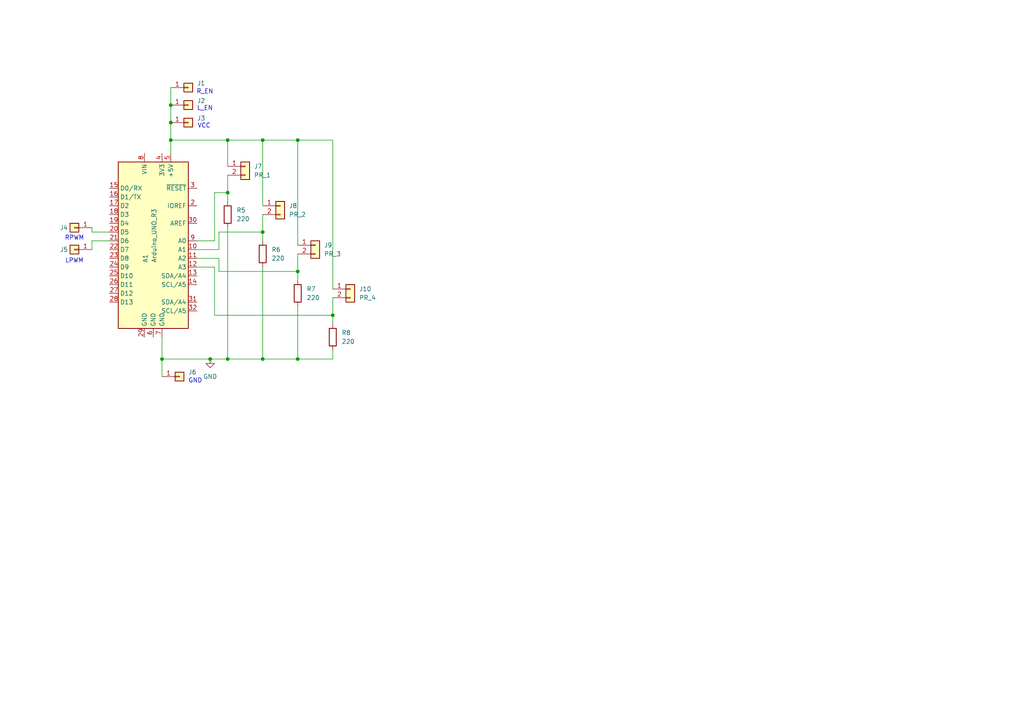
<source format=kicad_sch>
(kicad_sch (version 20231120) (generator "eeschema") (generator_version "8.0")
  (paper "A4")
  (lib_symbols
    (symbol "Connector_Generic:Conn_01x01" (pin_names (offset 1.016) hide)
      (property "Reference" "J" (at 0 2.54 0))
      (property "Value" "Conn_01x01" (at 0 -2.54 0))
      (symbol "Conn_01x01_1_1"
        (rectangle (start -1.27 0.127) (end 0 -0.127) (stroke (width 0.1524)))
        (rectangle (start -1.27 1.27) (end 1.27 -1.27) (stroke (width 0.254)) (fill (type background)))
        (pin passive line (at -5.08 0 0) (length 3.81) (name "Pin_1") (number "1"))
      )
    )
    (symbol "Connector_Generic:Conn_01x02" (pin_names (offset 1.016) hide)
      (property "Reference" "J" (at 0 2.54 0))
      (property "Value" "Conn_01x02" (at 0 -5.08 0))
      (symbol "Conn_01x02_1_1"
        (rectangle (start -1.27 -2.413) (end 0 -2.667) (stroke (width 0.1524)))
        (rectangle (start -1.27 0.127) (end 0 -0.127) (stroke (width 0.1524)))
        (rectangle (start -1.27 1.27) (end 1.27 -3.81) (stroke (width 0.254)) (fill (type background)))
        (pin passive line (at -5.08 0 0) (length 3.81) (name "Pin_1") (number "1"))
        (pin passive line (at -5.08 -2.54 0) (length 3.81) (name "Pin_2") (number "2"))
      )
    )
    (symbol "Device:R" (pin_numbers hide) (pin_names (offset 0))
      (property "Reference" "R" (at 2.032 0 90))
      (property "Value" "R" (at 0 0 90))
      (symbol "R_0_1"
        (rectangle (start -1.016 -2.54) (end 1.016 2.54) (stroke (width 0.254)))
      )
      (symbol "R_1_1"
        (pin passive line (at 0 3.81 270) (length 1.27) (name "~") (number "1"))
        (pin passive line (at 0 -3.81 90) (length 1.27) (name "~") (number "2"))
      )
    )
    (symbol "MCU_Module:Arduino_UNO_R3"
      (property "Reference" "A" (at -10.16 23.495 0))
      (property "Value" "Arduino_UNO_R3" (at 5.08 -26.67 0))
      (symbol "Arduino_UNO_R3_0_1"
        (rectangle (start -10.16 22.86) (end 10.16 -25.4) (stroke (width 0.254)) (fill (type background)))
      )
      (symbol "Arduino_UNO_R3_1_1"
        (pin no_connect line (at -10.16 -20.32 0) (length 2.54) hide (name "NC") (number "1"))
        (pin bidirectional line (at 12.7 -2.54 180) (length 2.54) (name "A1") (number "10"))
        (pin bidirectional line (at 12.7 -5.08 180) (length 2.54) (name "A2") (number "11"))
        (pin bidirectional line (at 12.7 -7.62 180) (length 2.54) (name "A3") (number "12"))
        (pin bidirectional line (at 12.7 -10.16 180) (length 2.54) (name "SDA/A4") (number "13"))
        (pin bidirectional line (at 12.7 -12.7 180) (length 2.54) (name "SCL/A5") (number "14"))
        (pin bidirectional line (at -12.7 15.24 0) (length 2.54) (name "D0/RX") (number "15"))
        (pin bidirectional line (at -12.7 12.7 0) (length 2.54) (name "D1/TX") (number "16"))
        (pin bidirectional line (at -12.7 10.16 0) (length 2.54) (name "D2") (number "17"))
        (pin bidirectional line (at -12.7 7.62 0) (length 2.54) (name "D3") (number "18"))
        (pin bidirectional line (at -12.7 5.08 0) (length 2.54) (name "D4") (number "19"))
        (pin output line (at 12.7 10.16 180) (length 2.54) (name "IOREF") (number "2"))
        (pin bidirectional line (at -12.7 2.54 0) (length 2.54) (name "D5") (number "20"))
        (pin bidirectional line (at -12.7 0 0) (length 2.54) (name "D6") (number "21"))
        (pin bidirectional line (at -12.7 -2.54 0) (length 2.54) (name "D7") (number "22"))
        (pin bidirectional line (at -12.7 -5.08 0) (length 2.54) (name "D8") (number "23"))
        (pin bidirectional line (at -12.7 -7.62 0) (length 2.54) (name "D9") (number "24"))
        (pin bidirectional line (at -12.7 -10.16 0) (length 2.54) (name "D10") (number "25"))
        (pin bidirectional line (at -12.7 -12.7 0) (length 2.54) (name "D11") (number "26"))
        (pin bidirectional line (at -12.7 -15.24 0) (length 2.54) (name "D12") (number "27"))
        (pin bidirectional line (at -12.7 -17.78 0) (length 2.54) (name "D13") (number "28"))
        (pin power_in line (at -2.54 -27.94 90) (length 2.54) (name "GND") (number "29"))
        (pin input line (at 12.7 15.24 180) (length 2.54) (name "~{RESET}") (number "3"))
        (pin input line (at 12.7 5.08 180) (length 2.54) (name "AREF") (number "30"))
        (pin bidirectional line (at 12.7 -17.78 180) (length 2.54) (name "SDA/A4") (number "31"))
        (pin bidirectional line (at 12.7 -20.32 180) (length 2.54) (name "SCL/A5") (number "32"))
        (pin power_out line (at 2.54 25.4 270) (length 2.54) (name "3V3") (number "4"))
        (pin power_out line (at 5.08 25.4 270) (length 2.54) (name "+5V") (number "5"))
        (pin power_in line (at 0 -27.94 90) (length 2.54) (name "GND") (number "6"))
        (pin power_in line (at 2.54 -27.94 90) (length 2.54) (name "GND") (number "7"))
        (pin power_in line (at -2.54 25.4 270) (length 2.54) (name "VIN") (number "8"))
        (pin bidirectional line (at 12.7 0 180) (length 2.54) (name "A0") (number "9"))
      )
    )
    (symbol "power:GND" (power) (pin_numbers hide) (pin_names (offset 0) hide)
      (property "Value" "GND" (at 0 -3.81 0))
      (symbol "GND_0_1"
        (polyline (pts (xy 0 0) (xy 0 -1.27) (xy 1.27 -1.27) (xy 0 -2.54) (xy -1.27 -1.27) (xy 0 -1.27)))
      )
      (symbol "GND_1_1"
        (pin power_in line (at 0 0 270) (length 0) (name "~") (number "1"))
      )
    )
  )
  (junction (at 76.2 40.64))
  (junction (at 49.53 30.48))
  (junction (at 86.36 78.74))
  (junction (at 96.52 91.44))
  (junction (at 76.2 104.14))
  (junction (at 86.36 104.14))
  (junction (at 66.04 104.14))
  (junction (at 66.04 40.64))
  (junction (at 66.04 55.88))
  (junction (at 49.53 35.56))
  (junction (at 76.2 67.31))
  (junction (at 86.36 40.64))
  (junction (at 60.96 104.14))
  (junction (at 46.99 104.14))
  (junction (at 49.53 40.64))
  (wire (pts (xy 63.5 72.39) (xy 63.5 67.31)))
  (wire (pts (xy 76.2 40.64) (xy 76.2 59.69)))
  (wire (pts (xy 62.23 91.44) (xy 96.52 91.44)))
  (wire (pts (xy 86.36 40.64) (xy 86.36 71.12)))
  (wire (pts (xy 96.52 101.6) (xy 96.52 104.14)))
  (wire (pts (xy 96.52 40.64) (xy 96.52 83.82)))
  (wire (pts (xy 76.2 77.47) (xy 76.2 104.14)))
  (wire (pts (xy 57.15 69.85) (xy 62.23 69.85)))
  (wire (pts (xy 66.04 55.88) (xy 66.04 58.42)))
  (wire (pts (xy 49.53 44.45) (xy 49.53 40.64)))
  (wire (pts (xy 49.53 35.56) (xy 49.53 40.64)))
  (wire (pts (xy 76.2 67.31) (xy 76.2 69.85)))
  (wire (pts (xy 66.04 66.04) (xy 66.04 104.14)))
  (wire (pts (xy 57.15 72.39) (xy 63.5 72.39)))
  (wire (pts (xy 62.23 91.44) (xy 62.23 77.47)))
  (wire (pts (xy 46.99 97.79) (xy 46.99 104.14)))
  (wire (pts (xy 60.96 104.14) (xy 66.04 104.14)))
  (wire (pts (xy 86.36 78.74) (xy 86.36 81.28)))
  (wire (pts (xy 49.53 40.64) (xy 66.04 40.64)))
  (wire (pts (xy 62.23 55.88) (xy 66.04 55.88)))
  (wire (pts (xy 62.23 77.47) (xy 57.15 77.47)))
  (wire (pts (xy 26.67 72.39) (xy 26.67 69.85)))
  (wire (pts (xy 63.5 67.31) (xy 76.2 67.31)))
  (wire (pts (xy 63.5 74.93) (xy 63.5 78.74)))
  (wire (pts (xy 46.99 104.14) (xy 60.96 104.14)))
  (wire (pts (xy 96.52 86.36) (xy 96.52 91.44)))
  (wire (pts (xy 26.67 66.04) (xy 26.67 67.31)))
  (wire (pts (xy 57.15 74.93) (xy 63.5 74.93)))
  (wire (pts (xy 62.23 69.85) (xy 62.23 55.88)))
  (wire (pts (xy 96.52 91.44) (xy 96.52 93.98)))
  (wire (pts (xy 63.5 78.74) (xy 86.36 78.74)))
  (wire (pts (xy 86.36 40.64) (xy 96.52 40.64)))
  (wire (pts (xy 76.2 40.64) (xy 86.36 40.64)))
  (wire (pts (xy 76.2 62.23) (xy 76.2 67.31)))
  (wire (pts (xy 76.2 104.14) (xy 86.36 104.14)))
  (wire (pts (xy 86.36 104.14) (xy 96.52 104.14)))
  (wire (pts (xy 86.36 88.9) (xy 86.36 104.14)))
  (wire (pts (xy 26.67 67.31) (xy 31.75 67.31)))
  (wire (pts (xy 49.53 25.4) (xy 49.53 30.48)))
  (wire (pts (xy 66.04 40.64) (xy 76.2 40.64)))
  (wire (pts (xy 49.53 30.48) (xy 49.53 35.56)))
  (wire (pts (xy 66.04 104.14) (xy 76.2 104.14)))
  (wire (pts (xy 26.67 69.85) (xy 31.75 69.85)))
  (wire (pts (xy 86.36 73.66) (xy 86.36 78.74)))
  (wire (pts (xy 66.04 40.64) (xy 66.04 48.26)))
  (wire (pts (xy 46.99 104.14) (xy 46.99 109.22)))
  (wire (pts (xy 66.04 50.8) (xy 66.04 55.88)))
  (text "LPWM" (at 21.59 75.692 0) (effects (font (size 1.27 1.27))))
  (text "R_EN" (at 59.436 26.67 0) (effects (font (size 1.27 1.27))))
  (text "VCC" (at 59.182 36.576 0) (effects (font (size 1.27 1.27))))
  (text "GND" (at 56.642 110.49 0) (effects (font (size 1.27 1.27))))
  (text "RPWM" (at 21.59 69.088 0) (effects (font (size 1.27 1.27))))
  (text "L_EN\n" (at 59.436 31.496 0) (effects (font (size 1.27 1.27))))
  (symbol (lib_id "power:GND") (at 60.96 104.14 0) (unit 1)
    (property "Reference" "#PWR01" (effects (hide yes)))
    (property "Value" "GND" (at 60.96 109.22 0))
    (property "Description" "Power symbol creates a global label with name \"GND\" , ground" (effects (hide yes)))
  )
  (symbol (lib_id "Connector_Generic:Conn_01x01") (at 21.59 72.39 180) (unit 1)
    (property "Reference" "J5" (at 18.542 72.39 0))
    (property "Value" "Conn_01x01" (effects (hide yes)))
    (property "Footprint" "Connector_PinHeader_2.54mm:PinHeader_1x01_P2.54mm_Horizontal" (effects (hide yes)))
    (property "Description" "Generic connector, single row, 01x01, script generated (kicad-library-utils/schlib/autogen/connector/)" (effects (hide yes)))
  )
  (symbol (lib_id "Connector_Generic:Conn_01x01") (at 54.61 30.48 0) (unit 1)
    (property "Reference" "J2" (at 57.15 29.2099 0) (effects (justify left)))
    (property "Value" "Conn_01x01" (effects (hide yes)))
    (property "Footprint" "Connector_PinHeader_2.54mm:PinHeader_1x01_P2.54mm_Horizontal" (effects (hide yes)))
    (property "Description" "Generic connector, single row, 01x01, script generated (kicad-library-utils/schlib/autogen/connector/)" (effects (hide yes)))
  )
  (symbol (lib_id "Connector_Generic:Conn_01x01") (at 21.59 66.04 180) (unit 1)
    (property "Reference" "J4" (at 18.542 66.04 0))
    (property "Value" "Conn_01x01" (effects (hide yes)))
    (property "Footprint" "Connector_PinHeader_2.54mm:PinHeader_1x01_P2.54mm_Horizontal" (effects (hide yes)))
    (property "Description" "Generic connector, single row, 01x01, script generated (kicad-library-utils/schlib/autogen/connector/)" (effects (hide yes)))
  )
  (symbol (lib_id "Device:R") (at 76.2 73.66 0) (unit 1)
    (property "Reference" "R6" (at 78.74 72.3899 0) (effects (justify left)))
    (property "Value" "220" (at 78.74 74.9299 0) (effects (justify left)))
    (property "Footprint" "Resistor_SMD:R_0805_2012Metric" (effects (hide yes)))
    (property "Description" "Resistor" (effects (hide yes)))
  )
  (symbol (lib_id "Connector_Generic:Conn_01x01") (at 52.07 109.22 0) (unit 1)
    (property "Reference" "J6" (at 54.61 107.9499 0) (effects (justify left)))
    (property "Value" "Conn_01x01" (effects (hide yes)))
    (property "Footprint" "Connector_PinHeader_2.54mm:PinHeader_1x01_P2.54mm_Horizontal" (effects (hide yes)))
    (property "Description" "Generic connector, single row, 01x01, script generated (kicad-library-utils/schlib/autogen/connector/)" (effects (hide yes)))
  )
  (symbol (lib_id "Connector_Generic:Conn_01x01") (at 54.61 35.56 0) (unit 1)
    (property "Reference" "J3" (at 57.15 34.2899 0) (effects (justify left)))
    (property "Value" "Conn_01x01" (effects (hide yes)))
    (property "Footprint" "Connector_PinHeader_2.54mm:PinHeader_1x01_P2.54mm_Horizontal" (effects (hide yes)))
    (property "Description" "Generic connector, single row, 01x01, script generated (kicad-library-utils/schlib/autogen/connector/)" (effects (hide yes)))
  )
  (symbol (lib_id "Device:R") (at 86.36 85.09 0) (unit 1)
    (property "Reference" "R7" (at 88.9 83.8199 0) (effects (justify left)))
    (property "Value" "220" (at 88.9 86.3599 0) (effects (justify left)))
    (property "Footprint" "Resistor_SMD:R_0805_2012Metric" (effects (hide yes)))
    (property "Description" "Resistor" (effects (hide yes)))
  )
  (symbol (lib_id "MCU_Module:Arduino_UNO_R3") (at 44.45 69.85 0) (unit 1)
    (property "Reference" "A1" (at 42.164 76.2 90) (effects (justify left)))
    (property "Value" "Arduino_UNO_R3" (at 44.704 76.2 90) (effects (justify left)))
    (property "Footprint" "Module:Arduino_UNO_R3_WithMountingHoles" (effects (hide yes)))
    (property "Datasheet" "https://www.arduino.cc/en/Main/arduinoBoardUno" (effects (hide yes)))
    (property "Description" "Arduino UNO Microcontroller Module, release 3" (effects (hide yes)))
  )
  (symbol (lib_id "Connector_Generic:Conn_01x02") (at 101.6 83.82 0) (unit 1)
    (property "Reference" "J10" (at 104.14 83.8199 0) (effects (justify left)))
    (property "Value" "PR_4" (at 104.14 86.3599 0) (effects (justify left)))
    (property "Footprint" "Connector_PinHeader_2.54mm:PinHeader_1x02_P2.54mm_Horizontal" (effects (hide yes)))
    (property "Description" "Generic connector, single row, 01x02, script generated (kicad-library-utils/schlib/autogen/connector/)" (effects (hide yes)))
  )
  (symbol (lib_id "Connector_Generic:Conn_01x02") (at 71.12 48.26 0) (unit 1)
    (property "Reference" "J7" (at 73.66 48.2599 0) (effects (justify left)))
    (property "Value" "PR_1" (at 73.66 50.7999 0) (effects (justify left)))
    (property "Footprint" "Connector_PinHeader_2.54mm:PinHeader_1x02_P2.54mm_Horizontal" (effects (hide yes)))
    (property "Description" "Generic connector, single row, 01x02, script generated (kicad-library-utils/schlib/autogen/connector/)" (effects (hide yes)))
  )
  (symbol (lib_id "Connector_Generic:Conn_01x02") (at 91.44 71.12 0) (unit 1)
    (property "Reference" "J9" (at 93.98 71.1199 0) (effects (justify left)))
    (property "Value" "PR_3" (at 93.98 73.6599 0) (effects (justify left)))
    (property "Footprint" "Connector_PinHeader_2.54mm:PinHeader_1x02_P2.54mm_Horizontal" (effects (hide yes)))
    (property "Description" "Generic connector, single row, 01x02, script generated (kicad-library-utils/schlib/autogen/connector/)" (effects (hide yes)))
  )
  (symbol (lib_id "Connector_Generic:Conn_01x01") (at 54.61 25.4 0) (unit 1)
    (property "Reference" "J1" (at 57.15 24.1299 0) (effects (justify left)))
    (property "Value" "Conn_01x01" (effects (hide yes)))
    (property "Footprint" "Connector_PinHeader_2.54mm:PinHeader_1x01_P2.54mm_Horizontal" (effects (hide yes)))
    (property "Description" "Generic connector, single row, 01x01, script generated (kicad-library-utils/schlib/autogen/connector/)" (effects (hide yes)))
  )
  (symbol (lib_id "Connector_Generic:Conn_01x02") (at 81.28 59.69 0) (unit 1)
    (property "Reference" "J8" (at 83.82 59.6899 0) (effects (justify left)))
    (property "Value" "PR_2" (at 83.82 62.2299 0) (effects (justify left)))
    (property "Footprint" "Connector_PinHeader_2.54mm:PinHeader_1x02_P2.54mm_Horizontal" (effects (hide yes)))
    (property "Description" "Generic connector, single row, 01x02, script generated (kicad-library-utils/schlib/autogen/connector/)" (effects (hide yes)))
  )
  (symbol (lib_id "Device:R") (at 66.04 62.23 0) (unit 1)
    (property "Reference" "R5" (at 68.58 60.9599 0) (effects (justify left)))
    (property "Value" "220" (at 68.58 63.4999 0) (effects (justify left)))
    (property "Footprint" "Resistor_SMD:R_0805_2012Metric" (effects (hide yes)))
    (property "Description" "Resistor" (effects (hide yes)))
  )
  (symbol (lib_id "Device:R") (at 96.52 97.79 0) (unit 1)
    (property "Reference" "R8" (at 99.06 96.5199 0) (effects (justify left)))
    (property "Value" "220" (at 99.06 99.0599 0) (effects (justify left)))
    (property "Footprint" "Resistor_SMD:R_0805_2012Metric" (effects (hide yes)))
    (property "Description" "Resistor" (effects (hide yes)))
  )
)
</source>
